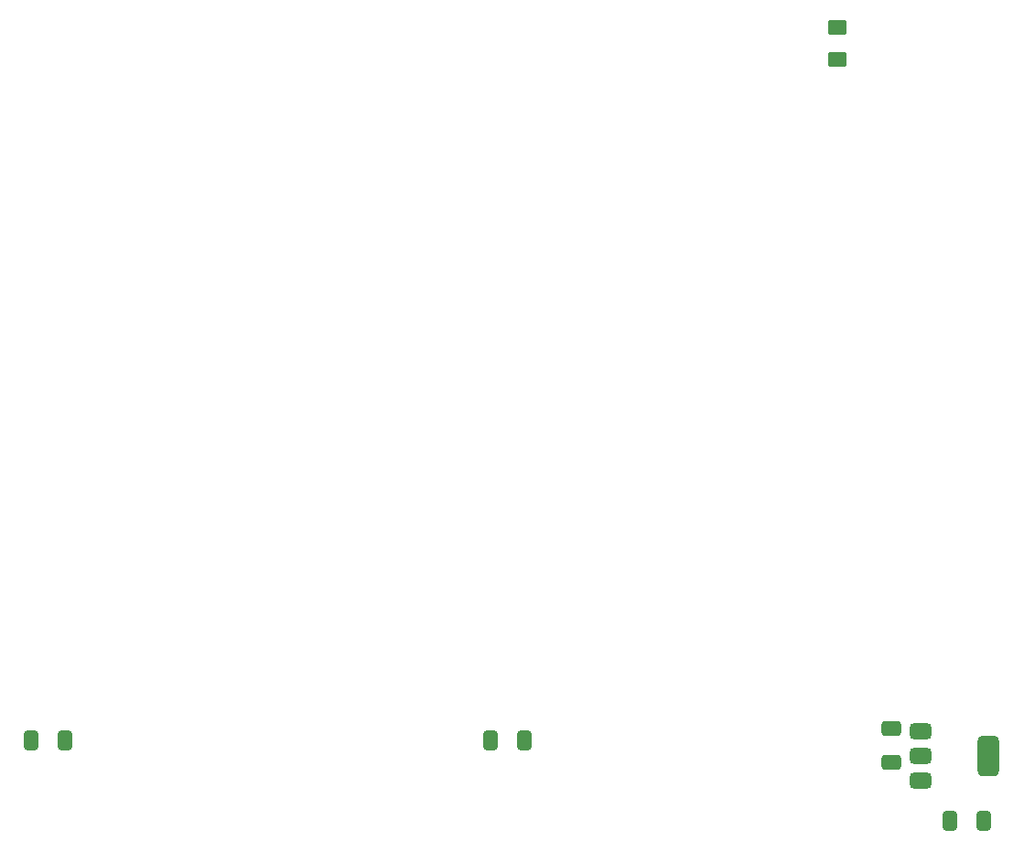
<source format=gbr>
%TF.GenerationSoftware,KiCad,Pcbnew,8.0.7*%
%TF.CreationDate,2025-02-10T21:08:13+01:00*%
%TF.ProjectId,stib_display,73746962-5f64-4697-9370-6c61792e6b69,2*%
%TF.SameCoordinates,Original*%
%TF.FileFunction,Paste,Bot*%
%TF.FilePolarity,Positive*%
%FSLAX46Y46*%
G04 Gerber Fmt 4.6, Leading zero omitted, Abs format (unit mm)*
G04 Created by KiCad (PCBNEW 8.0.7) date 2025-02-10 21:08:13*
%MOMM*%
%LPD*%
G01*
G04 APERTURE LIST*
G04 Aperture macros list*
%AMRoundRect*
0 Rectangle with rounded corners*
0 $1 Rounding radius*
0 $2 $3 $4 $5 $6 $7 $8 $9 X,Y pos of 4 corners*
0 Add a 4 corners polygon primitive as box body*
4,1,4,$2,$3,$4,$5,$6,$7,$8,$9,$2,$3,0*
0 Add four circle primitives for the rounded corners*
1,1,$1+$1,$2,$3*
1,1,$1+$1,$4,$5*
1,1,$1+$1,$6,$7*
1,1,$1+$1,$8,$9*
0 Add four rect primitives between the rounded corners*
20,1,$1+$1,$2,$3,$4,$5,0*
20,1,$1+$1,$4,$5,$6,$7,0*
20,1,$1+$1,$6,$7,$8,$9,0*
20,1,$1+$1,$8,$9,$2,$3,0*%
G04 Aperture macros list end*
%ADD10RoundRect,0.250000X0.412500X0.650000X-0.412500X0.650000X-0.412500X-0.650000X0.412500X-0.650000X0*%
%ADD11RoundRect,0.250001X0.624999X-0.462499X0.624999X0.462499X-0.624999X0.462499X-0.624999X-0.462499X0*%
%ADD12RoundRect,0.250000X-0.650000X0.412500X-0.650000X-0.412500X0.650000X-0.412500X0.650000X0.412500X0*%
%ADD13RoundRect,0.250000X-0.412500X-0.650000X0.412500X-0.650000X0.412500X0.650000X-0.412500X0.650000X0*%
%ADD14RoundRect,0.375000X-0.625000X-0.375000X0.625000X-0.375000X0.625000X0.375000X-0.625000X0.375000X0*%
%ADD15RoundRect,0.500000X-0.500000X-1.400000X0.500000X-1.400000X0.500000X1.400000X-0.500000X1.400000X0*%
G04 APERTURE END LIST*
D10*
%TO.C,C2*%
X180562500Y-91000000D03*
X177437500Y-91000000D03*
%TD*%
D11*
%TO.C,F1*%
X252000000Y-27987500D03*
X252000000Y-25012500D03*
%TD*%
D10*
%TO.C,C1*%
X223062500Y-91000000D03*
X219937500Y-91000000D03*
%TD*%
D12*
%TO.C,C5*%
X257000000Y-89937500D03*
X257000000Y-93062500D03*
%TD*%
D13*
%TO.C,C3*%
X262437500Y-98500000D03*
X265562500Y-98500000D03*
%TD*%
D14*
%TO.C,U4*%
X259700000Y-94800000D03*
X259700000Y-92500000D03*
D15*
X266000000Y-92500000D03*
D14*
X259700000Y-90200000D03*
%TD*%
M02*

</source>
